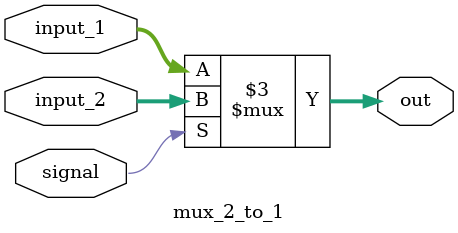
<source format=v>
module mux_2_to_1 (output reg [31:0] out, input wire [31:0] input_1, input wire [31:0] input_2, input wire signal);

always@(*)begin
		if (signal)
			out[31:0] <= input_2[31:0];
		else 
			out[31:0] <= input_1[31:0];
	end
 
endmodule
</source>
